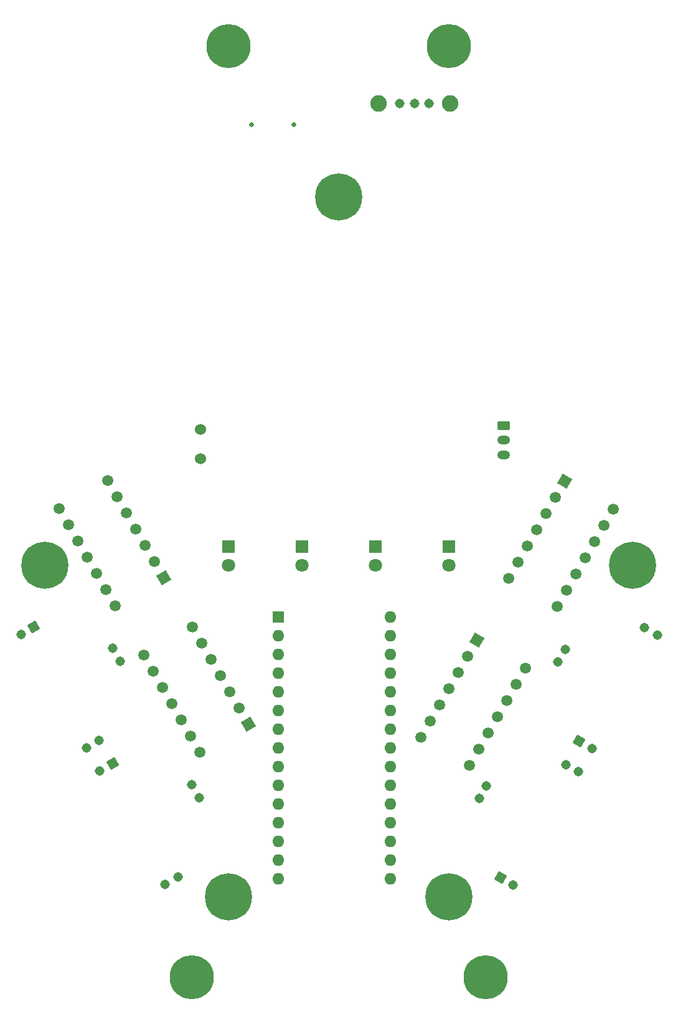
<source format=gbs>
%TF.GenerationSoftware,KiCad,Pcbnew,6.0.9-8da3e8f707~116~ubuntu20.04.1*%
%TF.CreationDate,2023-02-25T13:57:50-05:00*%
%TF.ProjectId,free2breathe_pcb,66726565-3262-4726-9561-7468655f7063,rev?*%
%TF.SameCoordinates,Original*%
%TF.FileFunction,Soldermask,Bot*%
%TF.FilePolarity,Negative*%
%FSLAX46Y46*%
G04 Gerber Fmt 4.6, Leading zero omitted, Abs format (unit mm)*
G04 Created by KiCad (PCBNEW 6.0.9-8da3e8f707~116~ubuntu20.04.1) date 2023-02-25 13:57:50*
%MOMM*%
%LPD*%
G01*
G04 APERTURE LIST*
G04 Aperture macros list*
%AMRoundRect*
0 Rectangle with rounded corners*
0 $1 Rounding radius*
0 $2 $3 $4 $5 $6 $7 $8 $9 X,Y pos of 4 corners*
0 Add a 4 corners polygon primitive as box body*
4,1,4,$2,$3,$4,$5,$6,$7,$8,$9,$2,$3,0*
0 Add four circle primitives for the rounded corners*
1,1,$1+$1,$2,$3*
1,1,$1+$1,$4,$5*
1,1,$1+$1,$6,$7*
1,1,$1+$1,$8,$9*
0 Add four rect primitives between the rounded corners*
20,1,$1+$1,$2,$3,$4,$5,0*
20,1,$1+$1,$4,$5,$6,$7,0*
20,1,$1+$1,$6,$7,$8,$9,0*
20,1,$1+$1,$8,$9,$2,$3,0*%
%AMRotRect*
0 Rectangle, with rotation*
0 The origin of the aperture is its center*
0 $1 length*
0 $2 width*
0 $3 Rotation angle, in degrees counterclockwise*
0 Add horizontal line*
21,1,$1,$2,0,0,$3*%
G04 Aperture macros list end*
%ADD10C,6.000000*%
%ADD11C,0.650000*%
%ADD12C,0.800000*%
%ADD13C,6.400000*%
%ADD14C,1.308000*%
%ADD15C,2.250000*%
%ADD16RotRect,1.498600X1.498600X330.000000*%
%ADD17C,1.498600*%
%ADD18RotRect,1.308000X1.308000X210.000000*%
%ADD19RotRect,1.308000X1.308000X330.000000*%
%ADD20R,1.800000X1.800000*%
%ADD21C,1.800000*%
%ADD22RotRect,1.498600X1.498600X210.000000*%
%ADD23RoundRect,0.250000X-0.625000X0.350000X-0.625000X-0.350000X0.625000X-0.350000X0.625000X0.350000X0*%
%ADD24O,1.750000X1.200000*%
%ADD25R,1.600000X1.600000*%
%ADD26O,1.600000X1.600000*%
%ADD27C,1.524000*%
G04 APERTURE END LIST*
D10*
%TO.C,REF\u002A\u002A*%
X140000000Y-171000000D03*
%TD*%
D11*
%TO.C,J1*%
X108110000Y-55162500D03*
X113890000Y-55162500D03*
%TD*%
D10*
%TO.C,REF\u002A\u002A*%
X135000000Y-44500000D03*
%TD*%
D12*
%TO.C,H5*%
X158302944Y-113302944D03*
X161697056Y-113302944D03*
X160000000Y-117400000D03*
X157600000Y-115000000D03*
D13*
X160000000Y-115000000D03*
D12*
X160000000Y-112600000D03*
X162400000Y-115000000D03*
X161697056Y-116697056D03*
X158302944Y-116697056D03*
%TD*%
D14*
%TO.C,S1*%
X132300000Y-52300000D03*
X130300000Y-52300000D03*
X128300000Y-52300000D03*
D15*
X135150000Y-52300000D03*
X125450000Y-52300000D03*
%TD*%
D16*
%TO.C,U7*%
X150720886Y-103591773D03*
D17*
X149450886Y-105791477D03*
X148180886Y-107991182D03*
X146910886Y-110190886D03*
X145640886Y-112390591D03*
X144370886Y-114590295D03*
X143100886Y-116790000D03*
X149700000Y-120600000D03*
X150970000Y-118400295D03*
X152240000Y-116200591D03*
X153510000Y-114000886D03*
X154780000Y-111801182D03*
X156050000Y-109601477D03*
X157320000Y-107401773D03*
%TD*%
D18*
%TO.C,U8*%
X89221025Y-141951034D03*
D14*
X99998966Y-144838975D03*
X100998966Y-146571025D03*
X98111025Y-157348966D03*
X96378975Y-158348966D03*
X87488975Y-142951034D03*
%TD*%
D12*
%TO.C,H1*%
X103302944Y-161697056D03*
D13*
X105000000Y-160000000D03*
D12*
X106697056Y-161697056D03*
X103302944Y-158302944D03*
X105000000Y-162400000D03*
X102600000Y-160000000D03*
X105000000Y-157600000D03*
X106697056Y-158302944D03*
X107400000Y-160000000D03*
%TD*%
%TO.C,H2*%
X136697056Y-161697056D03*
X136697056Y-158302944D03*
X132600000Y-160000000D03*
X135000000Y-162400000D03*
X135000000Y-157600000D03*
X133302944Y-158302944D03*
X137400000Y-160000000D03*
D13*
X135000000Y-160000000D03*
D12*
X133302944Y-161697056D03*
%TD*%
D19*
%TO.C,U9*%
X152688975Y-138898966D03*
D14*
X149801034Y-128121025D03*
X150801034Y-126388975D03*
X161578975Y-123501034D03*
X163311025Y-124501034D03*
X154421025Y-139898966D03*
%TD*%
D12*
%TO.C,H3*%
X121697056Y-66697056D03*
X118302944Y-63302944D03*
X122400000Y-65000000D03*
X117600000Y-65000000D03*
X121697056Y-63302944D03*
X118302944Y-66697056D03*
X120000000Y-62600000D03*
D13*
X120000000Y-65000000D03*
D12*
X120000000Y-67400000D03*
%TD*%
D20*
%TO.C,D3*%
X125000000Y-112500000D03*
D21*
X125000000Y-115040000D03*
%TD*%
D10*
%TO.C,REF\u002A\u002A*%
X105000000Y-44500000D03*
%TD*%
D22*
%TO.C,U3*%
X96218210Y-116667947D03*
D17*
X94948210Y-114468243D03*
X93678210Y-112268538D03*
X92408210Y-110068834D03*
X91138210Y-107869129D03*
X89868210Y-105669425D03*
X88598210Y-103469720D03*
X81999096Y-107279720D03*
X83269096Y-109479425D03*
X84539096Y-111679129D03*
X85809096Y-113878834D03*
X87079096Y-116078538D03*
X88349096Y-118278243D03*
X89619096Y-120477947D03*
%TD*%
D18*
%TO.C,U5*%
X78521025Y-123401034D03*
D14*
X89298966Y-126288975D03*
X90298966Y-128021025D03*
X87411025Y-138798966D03*
X85678975Y-139798966D03*
X76788975Y-124401034D03*
%TD*%
D23*
%TO.C,J2*%
X142400000Y-96000000D03*
D24*
X142400000Y-98000000D03*
X142400000Y-100000000D03*
%TD*%
D20*
%TO.C,D4*%
X135000000Y-112500000D03*
D21*
X135000000Y-115040000D03*
%TD*%
D10*
%TO.C,REF\u002A\u002A*%
X100000000Y-171000000D03*
%TD*%
D20*
%TO.C,D2*%
X115000000Y-112500000D03*
D21*
X115000000Y-115040000D03*
%TD*%
D25*
%TO.C,A1*%
X111790000Y-122050000D03*
D26*
X111790000Y-124590000D03*
X111790000Y-127130000D03*
X111790000Y-129670000D03*
X111790000Y-132210000D03*
X111790000Y-134750000D03*
X111790000Y-137290000D03*
X111790000Y-139830000D03*
X111790000Y-142370000D03*
X111790000Y-144910000D03*
X111790000Y-147450000D03*
X111790000Y-149990000D03*
X111790000Y-152530000D03*
X111790000Y-155070000D03*
X111790000Y-157610000D03*
X127030000Y-157610000D03*
X127030000Y-155070000D03*
X127030000Y-152530000D03*
X127030000Y-149990000D03*
X127030000Y-147450000D03*
X127030000Y-144910000D03*
X127030000Y-142370000D03*
X127030000Y-139830000D03*
X127030000Y-137290000D03*
X127030000Y-134750000D03*
X127030000Y-132210000D03*
X127030000Y-129670000D03*
X127030000Y-127130000D03*
X127030000Y-124590000D03*
X127030000Y-122050000D03*
%TD*%
D16*
%TO.C,U2*%
X138810443Y-125195887D03*
D17*
X137540443Y-127395591D03*
X136270443Y-129595296D03*
X135000443Y-131795000D03*
X133730443Y-133994705D03*
X132460443Y-136194409D03*
X131190443Y-138394114D03*
X137789557Y-142204114D03*
X139059557Y-140004409D03*
X140329557Y-137804705D03*
X141599557Y-135605000D03*
X142869557Y-133405296D03*
X144139557Y-131205591D03*
X145409557Y-129005887D03*
%TD*%
D27*
%TO.C,J3*%
X101200000Y-100550000D03*
X101200000Y-96550000D03*
%TD*%
D12*
%TO.C,H4*%
X81697056Y-116697056D03*
D13*
X80000000Y-115000000D03*
D12*
X77600000Y-115000000D03*
X78302944Y-116697056D03*
X80000000Y-117400000D03*
X78302944Y-113302944D03*
X80000000Y-112600000D03*
X81697056Y-113302944D03*
X82400000Y-115000000D03*
%TD*%
D19*
%TO.C,U4*%
X141988975Y-157448966D03*
D14*
X139101034Y-146671025D03*
X140101034Y-144938975D03*
X150878975Y-142051034D03*
X152611025Y-143051034D03*
X143721025Y-158448966D03*
%TD*%
D22*
%TO.C,U6*%
X107684691Y-136594114D03*
D17*
X106414691Y-134394410D03*
X105144691Y-132194705D03*
X103874691Y-129995001D03*
X102604691Y-127795296D03*
X101334691Y-125595592D03*
X100064691Y-123395887D03*
X93465577Y-127205887D03*
X94735577Y-129405592D03*
X96005577Y-131605296D03*
X97275577Y-133805001D03*
X98545577Y-136004705D03*
X99815577Y-138204410D03*
X101085577Y-140404114D03*
%TD*%
D20*
%TO.C,D1*%
X105000000Y-112500000D03*
D21*
X105000000Y-115040000D03*
%TD*%
M02*

</source>
